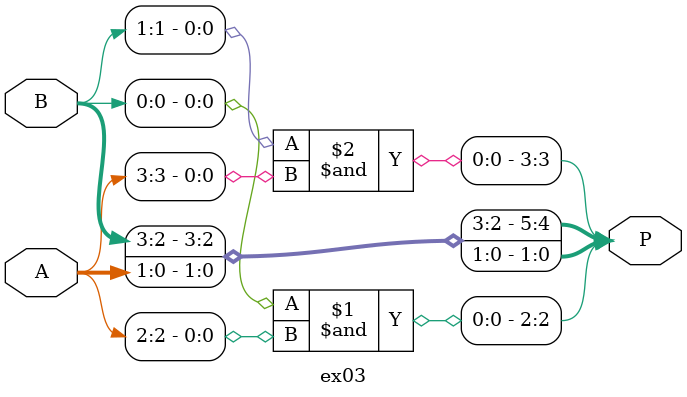
<source format=v>
module ex03 (
    input [3:0]A,
    input [3:0]B,
    output [5:0]P);

 assign P = {B[3:2], B[1] & A[3], B[0] & A[2], A[1:0]};
 
 endmodule
</source>
